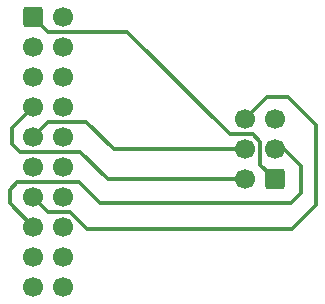
<source format=gbr>
%TF.GenerationSoftware,KiCad,Pcbnew,(6.0.0-0)*%
%TF.CreationDate,2022-03-26T15:15:51+01:00*%
%TF.ProjectId,ARM20CTX,41524d32-3043-4545-982e-6b696361645f,rev?*%
%TF.SameCoordinates,Original*%
%TF.FileFunction,Copper,L1,Top*%
%TF.FilePolarity,Positive*%
%FSLAX46Y46*%
G04 Gerber Fmt 4.6, Leading zero omitted, Abs format (unit mm)*
G04 Created by KiCad (PCBNEW (6.0.0-0)) date 2022-03-26 15:15:51*
%MOMM*%
%LPD*%
G01*
G04 APERTURE LIST*
G04 Aperture macros list*
%AMRoundRect*
0 Rectangle with rounded corners*
0 $1 Rounding radius*
0 $2 $3 $4 $5 $6 $7 $8 $9 X,Y pos of 4 corners*
0 Add a 4 corners polygon primitive as box body*
4,1,4,$2,$3,$4,$5,$6,$7,$8,$9,$2,$3,0*
0 Add four circle primitives for the rounded corners*
1,1,$1+$1,$2,$3*
1,1,$1+$1,$4,$5*
1,1,$1+$1,$6,$7*
1,1,$1+$1,$8,$9*
0 Add four rect primitives between the rounded corners*
20,1,$1+$1,$2,$3,$4,$5,0*
20,1,$1+$1,$4,$5,$6,$7,0*
20,1,$1+$1,$6,$7,$8,$9,0*
20,1,$1+$1,$8,$9,$2,$3,0*%
G04 Aperture macros list end*
%TA.AperFunction,ComponentPad*%
%ADD10C,1.700000*%
%TD*%
%TA.AperFunction,ComponentPad*%
%ADD11RoundRect,0.250000X-0.600000X-0.600000X0.600000X-0.600000X0.600000X0.600000X-0.600000X0.600000X0*%
%TD*%
%TA.AperFunction,ComponentPad*%
%ADD12RoundRect,0.250000X0.600000X0.600000X-0.600000X0.600000X-0.600000X-0.600000X0.600000X-0.600000X0*%
%TD*%
%TA.AperFunction,Conductor*%
%ADD13C,0.300000*%
%TD*%
G04 APERTURE END LIST*
D10*
%TO.P,J1,20,Pin_20*%
%TO.N,GND*%
X126746001Y-92913200D03*
%TO.P,J1,18,Pin_18*%
X126746001Y-90373200D03*
%TO.P,J1,16,Pin_16*%
X126746001Y-87833200D03*
%TO.P,J1,14,Pin_14*%
X126746001Y-85293200D03*
%TO.P,J1,12,Pin_12*%
X126746001Y-82753200D03*
%TO.P,J1,10,Pin_10*%
X126746001Y-80213200D03*
%TO.P,J1,8,Pin_8*%
X126746001Y-77673200D03*
%TO.P,J1,6,Pin_6*%
X126746001Y-75133200D03*
%TO.P,J1,4,Pin_4*%
X126746001Y-72593200D03*
%TO.P,J1,2,Pin_2*%
%TO.N,unconnected-(J1-Pad2)*%
X126746001Y-70053200D03*
%TO.P,J1,19,Pin_19*%
%TO.N,unconnected-(J1-Pad19)*%
X124206001Y-92913200D03*
%TO.P,J1,17,Pin_17*%
%TO.N,unconnected-(J1-Pad17)*%
X124206001Y-90373200D03*
%TO.P,J1,15,Pin_15*%
%TO.N,nRESET*%
X124206001Y-87833200D03*
%TO.P,J1,13,Pin_13*%
%TO.N,SWO*%
X124206001Y-85293200D03*
%TO.P,J1,11,Pin_11*%
%TO.N,RTCK*%
X124206001Y-82753200D03*
%TO.P,J1,9,Pin_9*%
%TO.N,SWCLK*%
X124206001Y-80213200D03*
%TO.P,J1,7,Pin_7*%
%TO.N,SWDIO*%
X124206001Y-77673200D03*
%TO.P,J1,5,Pin_5*%
%TO.N,TDI*%
X124206001Y-75133200D03*
%TO.P,J1,3,Pin_3*%
%TO.N,nTRST*%
X124206001Y-72593200D03*
D11*
%TO.P,J1,1,Pin_1*%
%TO.N,VCC*%
X124206001Y-70053200D03*
%TD*%
D12*
%TO.P,J2,1,Pin_1*%
%TO.N,VCC*%
X144696400Y-83820000D03*
D10*
%TO.P,J2,2,Pin_2*%
%TO.N,SWDIO*%
X142156400Y-83820000D03*
%TO.P,J2,3,Pin_3*%
%TO.N,nRESET*%
X144696400Y-81280000D03*
%TO.P,J2,4,Pin_4*%
%TO.N,SWCLK*%
X142156400Y-81280000D03*
%TO.P,J2,5,Pin_5*%
%TO.N,GND*%
X144696400Y-78740000D03*
%TO.P,J2,6,Pin_6*%
%TO.N,SWO*%
X142156400Y-78740000D03*
%TD*%
D13*
%TO.N,VCC*%
X144696400Y-83820000D02*
X143459200Y-82582800D01*
X143459200Y-82582800D02*
X143459200Y-80619600D01*
X143459200Y-80619600D02*
X142849600Y-80010000D01*
X132181600Y-71323200D02*
X125476001Y-71323200D01*
X125476001Y-71323200D02*
X124206001Y-70053200D01*
X142849600Y-80010000D02*
X140868400Y-80010000D01*
X140868400Y-80010000D02*
X132181600Y-71323200D01*
%TO.N,SWO*%
X142156400Y-78740000D02*
X144036000Y-76860400D01*
X148183600Y-79248000D02*
X148183600Y-85953600D01*
X125476001Y-86563200D02*
X124206001Y-85293200D01*
X145796000Y-76860400D02*
X148183600Y-79248000D01*
X127355600Y-86563200D02*
X125476001Y-86563200D01*
X148183600Y-85953600D02*
X146151600Y-87985600D01*
X144036000Y-76860400D02*
X145796000Y-76860400D01*
X146151600Y-87985600D02*
X128778000Y-87985600D01*
X128778000Y-87985600D02*
X127355600Y-86563200D01*
%TO.N,nRESET*%
X144696400Y-81280000D02*
X145440400Y-81280000D01*
X122224800Y-84683600D02*
X122224800Y-85851999D01*
X145440400Y-81280000D02*
X146862800Y-82702400D01*
X146050000Y-85801200D02*
X129895600Y-85801200D01*
X129895600Y-85801200D02*
X128117600Y-84023200D01*
X122885200Y-84023200D02*
X122224800Y-84683600D01*
X146862800Y-82702400D02*
X146862800Y-84988400D01*
X146862800Y-84988400D02*
X146050000Y-85801200D01*
X128117600Y-84023200D02*
X122885200Y-84023200D01*
X122224800Y-85851999D02*
X124206001Y-87833200D01*
%TO.N,SWCLK*%
X142156400Y-81280000D02*
X131064000Y-81280000D01*
X131064000Y-81280000D02*
X128727200Y-78943200D01*
X128727200Y-78943200D02*
X125476001Y-78943200D01*
X125476001Y-78943200D02*
X124206001Y-80213200D01*
%TO.N,SWDIO*%
X128219200Y-81483200D02*
X123088400Y-81483200D01*
X128219200Y-81483200D02*
X130556000Y-83820000D01*
X130556000Y-83820000D02*
X142156400Y-83820000D01*
X122428000Y-79451201D02*
X124206001Y-77673200D01*
X123088400Y-81483200D02*
X122428000Y-80822800D01*
X122428000Y-80822800D02*
X122428000Y-79451201D01*
%TD*%
M02*

</source>
